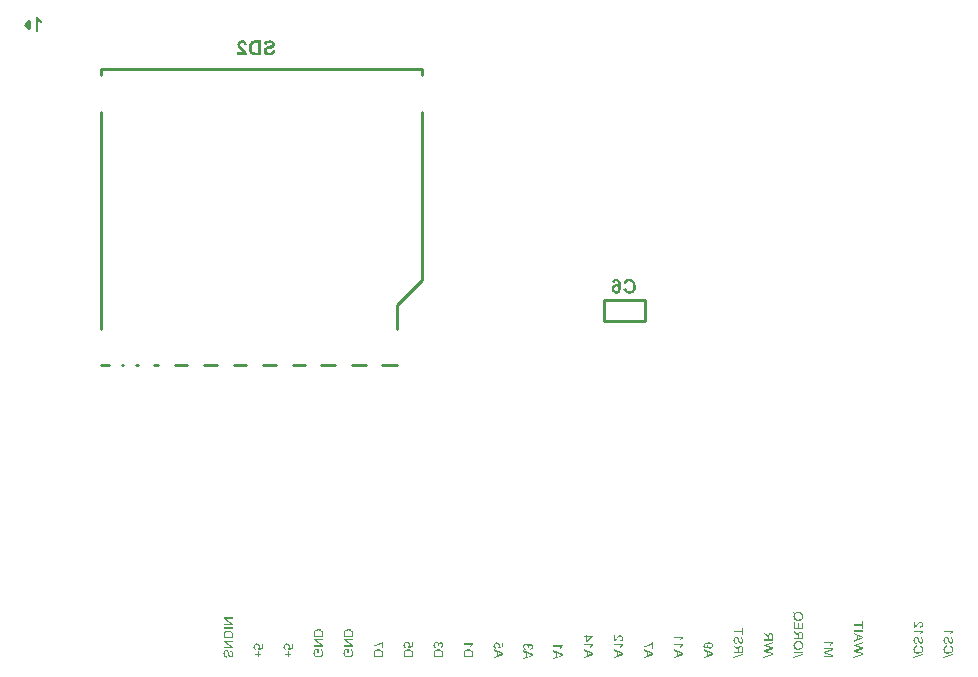
<source format=gbo>
G04*
G04  File:            SD-MAPPER-FINAL_VERSION.GBO, Wed Oct 15 21:18:23 2014*
G04  Source:          P-CAD 2002 PCB (6/400) TRIAL VERSION - 1 days left, Version 17.01.22, (E:\Eletro\PCAD-PCI\SD-Mapper\SD-Mapper-final_version.PCB)*
G04  Format:          Gerber Format (RS-274-D), ASCII*
G04*
G04  Format Options:  Absolute Positioning*
G04                   Leading-Zero Suppression*
G04                   Scale Factor 1:1*
G04                   NO Circular Interpolation*
G04                   Inch Units*
G04                   Numeric Format: 4.4 (XXXX.XXXX)*
G04                   G54 NOT Used for Aperture Change*
G04                   Apertures Embedded*
G04*
G04  File Options:    Offset = (0.0mil,0.0mil)*
G04                   Drill Symbol Size = 80.0mil*
G04                   No Pad/Via Holes*
G04*
G04  File Contents:   No Pads*
G04                   No Vias*
G04                   Designators*
G04                   No Types*
G04                   Values*
G04                   No Drill Symbols*
G04                   Bot Silk*
G04*
%INSD-MAPPER-FINAL_VERSION.GBO*%
%ICAS*%
%MOIN*%
G04*
G04  Aperture MACROs for general use --- invoked via D-code assignment *
G04*
G04  General MACRO for flashed round with rotation and/or offset hole *
%AMROTOFFROUND*
1,1,$1,0.0000,0.0000*
1,0,$2,$3,$4*%
G04*
G04  General MACRO for flashed oval (obround) with rotation and/or offset hole *
%AMROTOFFOVAL*
21,1,$1,$2,0.0000,0.0000,$3*
1,1,$4,$5,$6*
1,1,$4,0-$5,0-$6*
1,0,$7,$8,$9*%
G04*
G04  General MACRO for flashed oval (obround) with rotation and no hole *
%AMROTOVALNOHOLE*
21,1,$1,$2,0.0000,0.0000,$3*
1,1,$4,$5,$6*
1,1,$4,0-$5,0-$6*%
G04*
G04  General MACRO for flashed rectangle with rotation and/or offset hole *
%AMROTOFFRECT*
21,1,$1,$2,0.0000,0.0000,$3*
1,0,$4,$5,$6*%
G04*
G04  General MACRO for flashed rectangle with rotation and no hole *
%AMROTRECTNOHOLE*
21,1,$1,$2,0.0000,0.0000,$3*%
G04*
G04  General MACRO for flashed rounded-rectangle *
%AMROUNDRECT*
21,1,$1,$2-$4,0.0000,0.0000,$3*
21,1,$1-$4,$2,0.0000,0.0000,$3*
1,1,$4,$5,$6*
1,1,$4,$7,$8*
1,1,$4,0-$5,0-$6*
1,1,$4,0-$7,0-$8*
1,0,$9,$10,$11*%
G04*
G04  General MACRO for flashed rounded-rectangle with rotation and no hole *
%AMROUNDRECTNOHOLE*
21,1,$1,$2-$4,0.0000,0.0000,$3*
21,1,$1-$4,$2,0.0000,0.0000,$3*
1,1,$4,$5,$6*
1,1,$4,$7,$8*
1,1,$4,0-$5,0-$6*
1,1,$4,0-$7,0-$8*%
G04*
G04  General MACRO for flashed regular polygon *
%AMREGPOLY*
5,1,$1,0.0000,0.0000,$2,$3+$4*
1,0,$5,$6,$7*%
G04*
G04  General MACRO for flashed regular polygon with no hole *
%AMREGPOLYNOHOLE*
5,1,$1,0.0000,0.0000,$2,$3+$4*%
G04*
G04  General MACRO for target *
%AMTARGET*
6,0,0,$1,$2,$3,4,$4,$5,$6*%
G04*
G04  General MACRO for mounting hole *
%AMMTHOLE*
1,1,$1,0,0*
1,0,$2,0,0*
$1=$1-$2*
$1=$1/2*
21,1,$2+$1,$3,0,0,$4*
21,1,$3,$2+$1,0,0,$4*%
G04*
G04*
G04  D10 : "Ellipse X10.0mil Y10.0mil H0.0mil 0.0deg (0.0mil,0.0mil) Draw"*
G04  Disc: OuterDia=0.0100*
%ADD10C, 0.0100*%
G04  D11 : "Ellipse X12.0mil Y12.0mil H0.0mil 0.0deg (0.0mil,0.0mil) Draw"*
G04  Disc: OuterDia=0.0120*
%ADD11C, 0.0120*%
G04  D12 : "Ellipse X14.0mil Y14.0mil H0.0mil 0.0deg (0.0mil,0.0mil) Draw"*
G04  Disc: OuterDia=0.0140*
%ADD12C, 0.0140*%
G04  D13 : "Ellipse X15.0mil Y15.0mil H0.0mil 0.0deg (0.0mil,0.0mil) Draw"*
G04  Disc: OuterDia=0.0150*
%ADD13C, 0.0150*%
G04  D14 : "Ellipse X17.0mil Y17.0mil H0.0mil 0.0deg (0.0mil,0.0mil) Draw"*
G04  Disc: OuterDia=0.0170*
%ADD14C, 0.0170*%
G04  D15 : "Ellipse X18.0mil Y18.0mil H0.0mil 0.0deg (0.0mil,0.0mil) Draw"*
G04  Disc: OuterDia=0.0180*
%ADD15C, 0.0180*%
G04  D16 : "Ellipse X2.0mil Y2.0mil H0.0mil 0.0deg (0.0mil,0.0mil) Draw"*
G04  Disc: OuterDia=0.0020*
%ADD16C, 0.0020*%
G04  D17 : "Ellipse X20.0mil Y20.0mil H0.0mil 0.0deg (0.0mil,0.0mil) Draw"*
G04  Disc: OuterDia=0.0200*
%ADD17C, 0.0200*%
G04  D18 : "Ellipse X22.0mil Y22.0mil H0.0mil 0.0deg (0.0mil,0.0mil) Draw"*
G04  Disc: OuterDia=0.0220*
%ADD18C, 0.0220*%
G04  D19 : "Ellipse X24.0mil Y24.0mil H0.0mil 0.0deg (0.0mil,0.0mil) Draw"*
G04  Disc: OuterDia=0.0240*
%ADD19C, 0.0240*%
G04  D20 : "Ellipse X26.0mil Y26.0mil H0.0mil 0.0deg (0.0mil,0.0mil) Draw"*
G04  Disc: OuterDia=0.0260*
%ADD20C, 0.0260*%
G04  D21 : "Ellipse X34.0mil Y34.0mil H0.0mil 0.0deg (0.0mil,0.0mil) Draw"*
G04  Disc: OuterDia=0.0340*
%ADD21C, 0.0340*%
G04  D22 : "Ellipse X35.0mil Y35.0mil H0.0mil 0.0deg (0.0mil,0.0mil) Draw"*
G04  Disc: OuterDia=0.0350*
%ADD22C, 0.0350*%
G04  D23 : "Ellipse X40.0mil Y40.0mil H0.0mil 0.0deg (0.0mil,0.0mil) Draw"*
G04  Disc: OuterDia=0.0400*
%ADD23C, 0.0400*%
G04  D24 : "Ellipse X45.0mil Y45.0mil H0.0mil 0.0deg (0.0mil,0.0mil) Draw"*
G04  Disc: OuterDia=0.0450*
%ADD24C, 0.0450*%
G04  D25 : "Ellipse X8.0mil Y8.0mil H0.0mil 0.0deg (0.0mil,0.0mil) Draw"*
G04  Disc: OuterDia=0.0080*
%ADD25C, 0.0080*%
G04  D26 : "Ellipse X285.0mil Y285.0mil H0.0mil 0.0deg (0.0mil,0.0mil) Flash"*
G04  Disc: OuterDia=0.2850*
%ADD26C, 0.2850*%
G04  D27 : "Ellipse X59.0mil Y59.0mil H0.0mil 0.0deg (0.0mil,0.0mil) Flash"*
G04  Disc: OuterDia=0.0590*
%ADD27C, 0.0590*%
G04  D28 : "Ellipse X64.0mil Y64.0mil H0.0mil 0.0deg (0.0mil,0.0mil) Flash"*
G04  Disc: OuterDia=0.0640*
%ADD28C, 0.0640*%
G04  D29 : "Ellipse X68.0mil Y68.0mil H0.0mil 0.0deg (0.0mil,0.0mil) Flash"*
G04  Disc: OuterDia=0.0680*
%ADD29C, 0.0680*%
G04  D30 : "Ellipse X79.0mil Y79.0mil H0.0mil 0.0deg (0.0mil,0.0mil) Flash"*
G04  Disc: OuterDia=0.0790*
%ADD30C, 0.0790*%
G04  D31 : "Ellipse X83.0mil Y83.0mil H0.0mil 0.0deg (0.0mil,0.0mil) Flash"*
G04  Disc: OuterDia=0.0830*
%ADD31C, 0.0830*%
G04  D32 : "Mounting Hole X270.0mil Y270.0mil H0.0mil 0.0deg (0.0mil,0.0mil) Flash"*
G04  Mounting Hole: Diameter=0.2700, Rotation=0.0, LineWidth=0.0050 *
%ADD32MTHOLE, 0.2700 X0.2500 X0.0050 X0.0*%
G04  D33 : "Mounting Hole X44.0mil Y44.0mil H0.0mil 0.0deg (0.0mil,0.0mil) Flash"*
G04  Mounting Hole: Diameter=0.0440, Rotation=0.0, LineWidth=0.0050 *
%ADD33MTHOLE, 0.0440 X0.0240 X0.0050 X0.0*%
G04  D34 : "Mounting Hole X64.0mil Y64.0mil H0.0mil 0.0deg (0.0mil,0.0mil) Flash"*
G04  Mounting Hole: Diameter=0.0640, Rotation=0.0, LineWidth=0.0050 *
%ADD34MTHOLE, 0.0640 X0.0440 X0.0050 X0.0*%
G04  D35 : "Rounded Rectangle X196.9mil Y60.0mil H0.0mil 0.0deg (0.0mil,0.0mil) Flash"*
G04  RoundRct: DimX=0.1969, DimY=0.0600, CornerRad=0.0150, Rotation=0.0, OffsetX=0.0000, OffsetY=0.0000, HoleDia=0.0000 *
%ADD35ROUNDRECTNOHOLE, 0.1969 X0.0600 X0.0 X0.0300 X-0.0834 X-0.0150 X-0.0834 X0.0150*%
G04  D36 : "Rounded Rectangle X60.0mil Y350.0mil H0.0mil 0.0deg (0.0mil,0.0mil) Flash"*
G04  RoundRct: DimX=0.0600, DimY=0.3500, CornerRad=0.0150, Rotation=0.0, OffsetX=0.0000, OffsetY=0.0000, HoleDia=0.0000 *
%ADD36ROUNDRECTNOHOLE, 0.0600 X0.3500 X0.0 X0.0300 X-0.0150 X-0.1600 X-0.0150 X0.1600*%
G04  D37 : "Rounded Rectangle X60.0mil Y380.0mil H0.0mil 0.0deg (0.0mil,0.0mil) Flash"*
G04  RoundRct: DimX=0.0600, DimY=0.3800, CornerRad=0.0150, Rotation=0.0, OffsetX=0.0000, OffsetY=0.0000, HoleDia=0.0000 *
%ADD37ROUNDRECTNOHOLE, 0.0600 X0.3800 X0.0 X0.0300 X-0.0150 X-0.1750 X-0.0150 X0.1750*%
G04  D38 : "Rounded Rectangle X64.0mil Y64.0mil H0.0mil 0.0deg (0.0mil,0.0mil) Flash"*
G04  RoundRct: DimX=0.0640, DimY=0.0640, CornerRad=0.0160, Rotation=0.0, OffsetX=0.0000, OffsetY=0.0000, HoleDia=0.0000 *
%ADD38ROUNDRECTNOHOLE, 0.0640 X0.0640 X0.0 X0.0320 X-0.0160 X-0.0160 X-0.0160 X0.0160*%
G04  D39 : "Rounded Rectangle X211.9mil Y75.0mil H0.0mil 0.0deg (0.0mil,0.0mil) Flash"*
G04  RoundRct: DimX=0.2119, DimY=0.0750, CornerRad=0.0187, Rotation=0.0, OffsetX=0.0000, OffsetY=0.0000, HoleDia=0.0000 *
%ADD39ROUNDRECTNOHOLE, 0.2119 X0.0750 X0.0 X0.0375 X-0.0872 X-0.0187 X-0.0872 X0.0187*%
G04  D40 : "Rounded Rectangle X75.0mil Y365.0mil H0.0mil 0.0deg (0.0mil,0.0mil) Flash"*
G04  RoundRct: DimX=0.0750, DimY=0.3650, CornerRad=0.0187, Rotation=0.0, OffsetX=0.0000, OffsetY=0.0000, HoleDia=0.0000 *
%ADD40ROUNDRECTNOHOLE, 0.0750 X0.3650 X0.0 X0.0375 X-0.0187 X-0.1638 X-0.0187 X0.1638*%
G04  D41 : "Rounded Rectangle X75.0mil Y395.0mil H0.0mil 0.0deg (0.0mil,0.0mil) Flash"*
G04  RoundRct: DimX=0.0750, DimY=0.3950, CornerRad=0.0187, Rotation=0.0, OffsetX=0.0000, OffsetY=0.0000, HoleDia=0.0000 *
%ADD41ROUNDRECTNOHOLE, 0.0750 X0.3950 X0.0 X0.0375 X-0.0187 X-0.1788 X-0.0187 X0.1788*%
G04  D42 : "Rounded Rectangle X78.0mil Y78.0mil H0.0mil 0.0deg (0.0mil,0.0mil) Flash"*
G04  RoundRct: DimX=0.0780, DimY=0.0780, CornerRad=0.0195, Rotation=0.0, OffsetX=0.0000, OffsetY=0.0000, HoleDia=0.0000 *
%ADD42ROUNDRECTNOHOLE, 0.0780 X0.0780 X0.0 X0.0390 X-0.0195 X-0.0195 X-0.0195 X0.0195*%
G04  D43 : "Rounded Rectangle X79.0mil Y79.0mil H0.0mil 0.0deg (0.0mil,0.0mil) Flash"*
G04  RoundRct: DimX=0.0790, DimY=0.0790, CornerRad=0.0198, Rotation=0.0, OffsetX=0.0000, OffsetY=0.0000, HoleDia=0.0000 *
%ADD43ROUNDRECTNOHOLE, 0.0790 X0.0790 X0.0 X0.0395 X-0.0198 X-0.0198 X-0.0198 X0.0198*%
G04  D44 : "Rounded Rectangle X93.0mil Y93.0mil H0.0mil 0.0deg (0.0mil,0.0mil) Flash"*
G04  RoundRct: DimX=0.0930, DimY=0.0930, CornerRad=0.0233, Rotation=0.0, OffsetX=0.0000, OffsetY=0.0000, HoleDia=0.0000 *
%ADD44ROUNDRECTNOHOLE, 0.0930 X0.0930 X0.0 X0.0465 X-0.0233 X-0.0233 X-0.0233 X0.0233*%
G04  D45 : "Rectangle X11.8mil Y63.0mil H0.0mil 0.0deg (0.0mil,0.0mil) Flash"*
G04  Rectangular: DimX=0.0118, DimY=0.0630, Rotation=0.0, OffsetX=0.0000, OffsetY=0.0000, HoleDia=0.0000 *
%ADD45R, 0.0118 X0.0630*%
G04  D46 : "Rectangle X63.0mil Y11.8mil H0.0mil 0.0deg (0.0mil,0.0mil) Flash"*
G04  Rectangular: DimX=0.0630, DimY=0.0118, Rotation=0.0, OffsetX=0.0000, OffsetY=0.0000, HoleDia=0.0000 *
%ADD46R, 0.0630 X0.0118*%
G04  D47 : "Rectangle X141.7mil Y86.6mil H0.0mil 0.0deg (0.0mil,0.0mil) Flash"*
G04  Rectangular: DimX=0.1417, DimY=0.0866, Rotation=0.0, OffsetX=0.0000, OffsetY=0.0000, HoleDia=0.0000 *
%ADD47R, 0.1417 X0.0866*%
G04  D48 : "Rectangle X156.7mil Y101.6mil H0.0mil 0.0deg (0.0mil,0.0mil) Flash"*
G04  Rectangular: DimX=0.1567, DimY=0.1016, Rotation=0.0, OffsetX=0.0000, OffsetY=0.0000, HoleDia=0.0000 *
%ADD48R, 0.1567 X0.1016*%
G04  D49 : "Rectangle X23.6mil Y78.7mil H0.0mil 0.0deg (0.0mil,0.0mil) Flash"*
G04  Rectangular: DimX=0.0236, DimY=0.0787, Rotation=0.0, OffsetX=0.0000, OffsetY=0.0000, HoleDia=0.0000 *
%ADD49R, 0.0236 X0.0787*%
G04  D50 : "Rectangle X78.7mil Y23.6mil H0.0mil 0.0deg (0.0mil,0.0mil) Flash"*
G04  Rectangular: DimX=0.0787, DimY=0.0236, Rotation=0.0, OffsetX=0.0000, OffsetY=0.0000, HoleDia=0.0000 *
%ADD50R, 0.0787 X0.0236*%
G04  D51 : "Rectangle X23.6mil Y86.6mil H0.0mil 0.0deg (0.0mil,0.0mil) Flash"*
G04  Rectangular: DimX=0.0236, DimY=0.0866, Rotation=0.0, OffsetX=0.0000, OffsetY=0.0000, HoleDia=0.0000 *
%ADD51R, 0.0236 X0.0866*%
G04  D52 : "Rectangle X26.0mil Y60.0mil H0.0mil 0.0deg (0.0mil,0.0mil) Flash"*
G04  Rectangular: DimX=0.0260, DimY=0.0600, Rotation=0.0, OffsetX=0.0000, OffsetY=0.0000, HoleDia=0.0000 *
%ADD52R, 0.0260 X0.0600*%
G04  D53 : "Rectangle X26.8mil Y78.0mil H0.0mil 0.0deg (0.0mil,0.0mil) Flash"*
G04  Rectangular: DimX=0.0268, DimY=0.0780, Rotation=0.0, OffsetX=0.0000, OffsetY=0.0000, HoleDia=0.0000 *
%ADD53R, 0.0268 X0.0780*%
G04  D54 : "Rectangle X78.0mil Y26.8mil H0.0mil 0.0deg (0.0mil,0.0mil) Flash"*
G04  Rectangular: DimX=0.0780, DimY=0.0268, Rotation=0.0, OffsetX=0.0000, OffsetY=0.0000, HoleDia=0.0000 *
%ADD54R, 0.0780 X0.0268*%
G04  D55 : "Rectangle X32.0mil Y32.0mil H0.0mil 0.0deg (0.0mil,0.0mil) Flash"*
G04  Square: Side=0.0320, Rotation=0.0, OffsetX=0.0000, OffsetY=0.0000, HoleDia=0.0000*
%ADD55R, 0.0320 X0.0320*%
G04  D56 : "Rectangle X38.6mil Y101.6mil H0.0mil 0.0deg (0.0mil,0.0mil) Flash"*
G04  Rectangular: DimX=0.0386, DimY=0.1016, Rotation=0.0, OffsetX=0.0000, OffsetY=0.0000, HoleDia=0.0000 *
%ADD56R, 0.0386 X0.1016*%
G04  D57 : "Rectangle X38.6mil Y93.7mil H0.0mil 0.0deg (0.0mil,0.0mil) Flash"*
G04  Rectangular: DimX=0.0386, DimY=0.0937, Rotation=0.0, OffsetX=0.0000, OffsetY=0.0000, HoleDia=0.0000 *
%ADD57R, 0.0386 X0.0937*%
G04  D58 : "Rectangle X93.7mil Y38.6mil H0.0mil 0.0deg (0.0mil,0.0mil) Flash"*
G04  Rectangular: DimX=0.0937, DimY=0.0386, Rotation=0.0, OffsetX=0.0000, OffsetY=0.0000, HoleDia=0.0000 *
%ADD58R, 0.0937 X0.0386*%
G04  D59 : "Rectangle X40.0mil Y60.0mil H0.0mil 0.0deg (0.0mil,0.0mil) Flash"*
G04  Rectangular: DimX=0.0400, DimY=0.0600, Rotation=0.0, OffsetX=0.0000, OffsetY=0.0000, HoleDia=0.0000 *
%ADD59R, 0.0400 X0.0600*%
G04  D60 : "Rectangle X41.0mil Y75.0mil H0.0mil 0.0deg (0.0mil,0.0mil) Flash"*
G04  Rectangular: DimX=0.0410, DimY=0.0750, Rotation=0.0, OffsetX=0.0000, OffsetY=0.0000, HoleDia=0.0000 *
%ADD60R, 0.0410 X0.0750*%
G04  D61 : "Rectangle X47.0mil Y47.0mil H0.0mil 0.0deg (0.0mil,0.0mil) Flash"*
G04  Square: Side=0.0470, Rotation=0.0, OffsetX=0.0000, OffsetY=0.0000, HoleDia=0.0000*
%ADD61R, 0.0470 X0.0470*%
G04  D62 : "Rectangle X47.2mil Y86.6mil H0.0mil 0.0deg (0.0mil,0.0mil) Flash"*
G04  Rectangular: DimX=0.0472, DimY=0.0866, Rotation=0.0, OffsetX=0.0000, OffsetY=0.0000, HoleDia=0.0000 *
%ADD62R, 0.0472 X0.0866*%
G04  D63 : "Rectangle X51.2mil Y59.1mil H0.0mil 0.0deg (0.0mil,0.0mil) Flash"*
G04  Rectangular: DimX=0.0512, DimY=0.0591, Rotation=0.0, OffsetX=0.0000, OffsetY=0.0000, HoleDia=0.0000 *
%ADD63R, 0.0512 X0.0591*%
G04  D64 : "Rectangle X59.1mil Y51.2mil H0.0mil 0.0deg (0.0mil,0.0mil) Flash"*
G04  Rectangular: DimX=0.0591, DimY=0.0512, Rotation=0.0, OffsetX=0.0000, OffsetY=0.0000, HoleDia=0.0000 *
%ADD64R, 0.0591 X0.0512*%
G04  D65 : "Rectangle X55.0mil Y75.0mil H0.0mil 0.0deg (0.0mil,0.0mil) Flash"*
G04  Rectangular: DimX=0.0550, DimY=0.0750, Rotation=0.0, OffsetX=0.0000, OffsetY=0.0000, HoleDia=0.0000 *
%ADD65R, 0.0550 X0.0750*%
G04  D66 : "Rectangle X58.0mil Y110.0mil H0.0mil 0.0deg (0.0mil,0.0mil) Flash"*
G04  Rectangular: DimX=0.0580, DimY=0.1100, Rotation=0.0, OffsetX=0.0000, OffsetY=0.0000, HoleDia=0.0000 *
%ADD66R, 0.0580 X0.1100*%
G04  D67 : "Rectangle X62.2mil Y101.6mil H0.0mil 0.0deg (0.0mil,0.0mil) Flash"*
G04  Rectangular: DimX=0.0622, DimY=0.1016, Rotation=0.0, OffsetX=0.0000, OffsetY=0.0000, HoleDia=0.0000 *
%ADD67R, 0.0622 X0.1016*%
G04  D68 : "Rectangle X66.2mil Y74.1mil H0.0mil 0.0deg (0.0mil,0.0mil) Flash"*
G04  Rectangular: DimX=0.0662, DimY=0.0741, Rotation=0.0, OffsetX=0.0000, OffsetY=0.0000, HoleDia=0.0000 *
%ADD68R, 0.0662 X0.0741*%
G04  D69 : "Rectangle X74.1mil Y66.2mil H0.0mil 0.0deg (0.0mil,0.0mil) Flash"*
G04  Rectangular: DimX=0.0741, DimY=0.0662, Rotation=0.0, OffsetX=0.0000, OffsetY=0.0000, HoleDia=0.0000 *
%ADD69R, 0.0741 X0.0662*%
G04  D70 : "Rectangle X72.0mil Y80.0mil H0.0mil 0.0deg (0.0mil,0.0mil) Flash"*
G04  Rectangular: DimX=0.0720, DimY=0.0800, Rotation=0.0, OffsetX=0.0000, OffsetY=0.0000, HoleDia=0.0000 *
%ADD70R, 0.0720 X0.0800*%
G04  D71 : "Rectangle X73.0mil Y125.0mil H0.0mil 0.0deg (0.0mil,0.0mil) Flash"*
G04  Rectangular: DimX=0.0730, DimY=0.1250, Rotation=0.0, OffsetX=0.0000, OffsetY=0.0000, HoleDia=0.0000 *
%ADD71R, 0.0730 X0.1250*%
G04  D72 : "Rectangle X80.0mil Y110.0mil H0.0mil 0.0deg (0.0mil,0.0mil) Flash"*
G04  Rectangular: DimX=0.0800, DimY=0.1100, Rotation=0.0, OffsetX=0.0000, OffsetY=0.0000, HoleDia=0.0000 *
%ADD72R, 0.0800 X0.1100*%
G04  D73 : "Rectangle X87.0mil Y95.0mil H0.0mil 0.0deg (0.0mil,0.0mil) Flash"*
G04  Rectangular: DimX=0.0870, DimY=0.0950, Rotation=0.0, OffsetX=0.0000, OffsetY=0.0000, HoleDia=0.0000 *
%ADD73R, 0.0870 X0.0950*%
G04  D74 : "Rectangle X95.0mil Y125.0mil H0.0mil 0.0deg (0.0mil,0.0mil) Flash"*
G04  Rectangular: DimX=0.0950, DimY=0.1250, Rotation=0.0, OffsetX=0.0000, OffsetY=0.0000, HoleDia=0.0000 *
%ADD74R, 0.0950 X0.1250*%
G04  D75 : "Ellipse X44.0mil Y44.0mil H0.0mil 0.0deg (0.0mil,0.0mil) Flash"*
G04  Disc: OuterDia=0.0440*
%ADD75C, 0.0440*%
G04*
%FSLAX44Y44*%
%SFA1B1*%
%OFA0.0000B0.0000*%
G04*
G70*
G90*
G01*
D2*
%LNBot Silk*%
D10*
X31839Y89509*
X31710Y89379D1*
X31839Y89250*
Y89509*
X52394Y79505D2*
X51705D1*
X52394Y80214D2*
X51705D1*
X52394D2*
Y79505D1*
X51017Y80214D2*
Y79505D1*
X51705*
X51017Y80214D2*
X51705D1*
X34239Y87899D2*
X44949D1*
X44119Y80029D2*
X44949Y80859D1*
X36709Y78019D2*
X37129D1*
X37689D2*
X38109D1*
X38669D2*
X39079D1*
X39659D2*
X40069D1*
X40639D2*
X41049D1*
X41599D2*
X42049D1*
X42619D2*
X43069D1*
X43619D2*
X44119D1*
Y80029D2*
Y79229D1*
X44949Y86449D2*
Y80859D1*
Y87899D2*
Y87699D1*
X34239Y78019D2*
X34519D1*
X34239Y86449D2*
Y79229D1*
Y87899D2*
Y87689D1*
X36029Y78019D2*
X36139D1*
X35409D2*
X35469D1*
X34939D2*
X34989D1*
%LNBot Silk_POS_GLYPHS*%
%LPD*%
G36*
X32071Y89627D2*
X32148D1*
X32166Y89596*
X32206Y89548*
X32237Y89529*
X32286Y89503*
Y89418*
X32238Y89442*
X32165Y89489*
Y89135*
X32071*
Y89627*
G37*
G36*
X40388Y68410D2*
X40476D1*
Y68498*
X40513*
Y68410*
X40600*
Y68373*
X40513*
Y68285*
X40476*
Y68373*
X40388*
Y68410*
G37*
G36*
X40395Y68548D2*
X40356Y68571D1*
X40344Y68595*
X40332Y68642*
X40341Y68676*
X40370Y68726*
X40397Y68739*
X40445Y68751*
X40476Y68744*
X40520Y68723*
X40535Y68698*
X40550Y68652*
X40545Y68629*
X40529Y68592*
X40615Y68608*
Y68736*
X40653*
Y68578*
X40489Y68547*
X40483Y68584*
X40492Y68592*
X40506Y68607*
X40510Y68619*
X40515Y68641*
X40510Y68661*
X40495Y68691*
X40477Y68700*
X40442Y68710*
X40419Y68705*
X40385Y68690*
X40375Y68673*
X40364Y68642*
X40368Y68626*
X40379Y68601*
X40394Y68592*
X40424Y68581*
X40421Y68540*
X40395Y68548*
G37*
G36*
X39388Y68410D2*
X39476D1*
Y68498*
X39513*
Y68410*
X39600*
Y68373*
X39513*
Y68285*
X39476*
Y68373*
X39388*
Y68410*
G37*
G36*
X39395Y68548D2*
X39356Y68571D1*
X39344Y68595*
X39332Y68642*
X39341Y68676*
X39370Y68726*
X39397Y68739*
X39445Y68751*
X39476Y68744*
X39520Y68723*
X39535Y68698*
X39550Y68652*
X39545Y68629*
X39529Y68592*
X39615Y68608*
Y68736*
X39653*
Y68578*
X39489Y68547*
X39483Y68584*
X39492Y68592*
X39506Y68607*
X39510Y68619*
X39515Y68641*
X39510Y68661*
X39495Y68691*
X39477Y68700*
X39442Y68710*
X39419Y68705*
X39385Y68690*
X39375Y68673*
X39364Y68642*
X39368Y68626*
X39379Y68601*
X39394Y68592*
X39424Y68581*
X39421Y68540*
X39395Y68548*
G37*
G36*
X44337Y68409D2*
X44339Y68429D1*
X44343Y68460*
X44348Y68475*
X44358Y68499*
X44368Y68510*
X44387Y68528*
X44404Y68536*
X44434Y68549*
X44457Y68554*
X44499Y68558*
X44528Y68555*
X44575Y68546*
X44597Y68533*
X44630Y68507*
X44640Y68491*
X44653Y68461*
X44655Y68441*
X44657Y68404*
Y68294*
X44337*
Y68409*
G37*
G36*
X44395Y68610D2*
X44356Y68632D1*
X44344Y68657*
X44332Y68704*
X44341Y68738*
X44370Y68787*
X44397Y68800*
X44445Y68813*
X44476Y68806*
X44520Y68784*
X44535Y68759*
X44550Y68714*
X44545Y68691*
X44529Y68653*
X44615Y68670*
Y68798*
X44653*
Y68639*
X44489Y68608*
X44483Y68645*
X44492Y68653*
X44506Y68669*
X44510Y68681*
X44515Y68703*
X44510Y68723*
X44495Y68753*
X44477Y68762*
X44442Y68771*
X44419Y68766*
X44385Y68752*
X44375Y68735*
X44364Y68704*
X44368Y68687*
X44379Y68663*
X44394Y68654*
X44424Y68642*
X44421Y68601*
X44395Y68610*
G37*
G36*
X43337Y68409D2*
X43339Y68429D1*
X43343Y68460*
X43348Y68475*
X43358Y68499*
X43368Y68510*
X43387Y68528*
X43404Y68536*
X43434Y68549*
X43457Y68554*
X43499Y68558*
X43528Y68555*
X43575Y68546*
X43597Y68533*
X43630Y68507*
X43640Y68491*
X43653Y68461*
X43655Y68441*
X43657Y68404*
Y68294*
X43337*
Y68409*
G37*
G36*
X43615Y68760D2*
X43586Y68739D1*
X43531Y68704*
X43493Y68687*
X43428Y68663*
X43392Y68656*
X43337Y68648*
Y68689*
X43371Y68693*
X43425Y68704*
X43467Y68719*
X43536Y68750*
X43571Y68772*
X43623Y68811*
X43653*
Y68604*
X43615*
Y68760*
G37*
G36*
X47337Y68304D2*
X47434Y68338D1*
Y68473*
X47337Y68510*
Y68558*
X47657Y68428*
Y68381*
X47337Y68259*
Y68304*
G37*
G36*
X47395Y68585D2*
X47356Y68608D1*
X47344Y68632*
X47332Y68679*
X47341Y68713*
X47370Y68763*
X47397Y68776*
X47445Y68789*
X47476Y68781*
X47520Y68760*
X47535Y68735*
X47550Y68689*
X47545Y68666*
X47529Y68629*
X47615Y68645*
Y68774*
X47653*
Y68615*
X47489Y68584*
X47483Y68621*
X47492Y68629*
X47506Y68644*
X47510Y68657*
X47515Y68678*
X47510Y68699*
X47495Y68728*
X47477Y68737*
X47442Y68747*
X47419Y68742*
X47385Y68727*
X47375Y68710*
X47364Y68679*
X47368Y68663*
X47379Y68639*
X47394Y68629*
X47424Y68618*
X47421Y68577*
X47395Y68585*
G37*
G36*
X46337Y68409D2*
X46339Y68429D1*
X46343Y68460*
X46348Y68475*
X46358Y68499*
X46368Y68510*
X46387Y68528*
X46404Y68536*
X46434Y68549*
X46457Y68554*
X46499Y68558*
X46528Y68555*
X46575Y68546*
X46597Y68533*
X46630Y68507*
X46640Y68491*
X46653Y68461*
X46655Y68441*
X46657Y68404*
Y68294*
X46337*
Y68409*
G37*
G36*
X46659Y68749D2*
Y68723D1*
X46643Y68712*
X46615Y68689*
X46600Y68668*
X46578Y68631*
X46540*
X46547Y68646*
X46560Y68672*
X46570Y68687*
X46587Y68710*
X46337*
Y68749*
X46659*
G37*
G36*
X45337Y68409D2*
X45339Y68429D1*
X45343Y68460*
X45348Y68475*
X45358Y68499*
X45368Y68510*
X45387Y68528*
X45404Y68536*
X45434Y68549*
X45457Y68554*
X45499Y68558*
X45528Y68555*
X45575Y68546*
X45597Y68533*
X45630Y68507*
X45640Y68491*
X45653Y68461*
X45655Y68441*
X45657Y68404*
Y68294*
X45337*
Y68409*
G37*
G36*
X45396Y68610D2*
X45357Y68633D1*
X45344Y68657*
X45332Y68702*
X45339Y68733*
X45361Y68780*
X45386Y68795*
X45432Y68811*
X45452Y68807*
X45483Y68795*
X45495Y68780*
X45510Y68751*
X45519Y68764*
X45537Y68784*
X45551Y68789*
X45575Y68795*
X45591Y68792*
X45616Y68783*
X45629Y68772*
X45647Y68750*
X45653Y68732*
X45659Y68701*
X45653Y68676*
X45637Y68638*
X45616Y68623*
X45575Y68605*
X45568Y68645*
X45586Y68651*
X45612Y68664*
X45619Y68678*
X45626Y68702*
X45623Y68718*
X45612Y68740*
X45599Y68748*
X45576Y68755*
X45559Y68750*
X45536Y68735*
X45529Y68718*
X45523Y68689*
X45523Y68687*
X45523Y68683*
X45489Y68678*
X45491Y68689*
X45493Y68706*
X45488Y68724*
X45475Y68751*
X45460Y68760*
X45431Y68769*
X45412Y68764*
X45383Y68750*
X45374Y68733*
X45364Y68703*
X45368Y68687*
X45379Y68663*
X45395Y68654*
X45428Y68641*
X45422Y68601*
X45396Y68610*
G37*
G36*
X48327Y68264D2*
X48424Y68298D1*
Y68433*
X48327Y68470*
Y68518*
X48647Y68388*
Y68341*
X48327Y68219*
Y68264*
G37*
G36*
X48386Y68545D2*
X48347Y68568D1*
X48334Y68592*
X48322Y68638*
X48329Y68669*
X48351Y68715*
X48376Y68731*
X48422Y68746*
X48442Y68742*
X48473Y68730*
X48485Y68715*
X48500Y68686*
X48509Y68700*
X48527Y68719*
X48541Y68725*
X48565Y68731*
X48581Y68728*
X48606Y68719*
X48619Y68708*
X48637Y68685*
X48643Y68667*
X48649Y68637*
X48643Y68611*
X48627Y68573*
X48606Y68559*
X48565Y68541*
X48558Y68580*
X48576Y68586*
X48602Y68600*
X48609Y68613*
X48616Y68638*
X48613Y68653*
X48602Y68676*
X48589Y68683*
X48566Y68690*
X48549Y68685*
X48526Y68670*
X48519Y68654*
X48513Y68625*
X48513Y68622*
X48513Y68618*
X48479Y68614*
X48481Y68625*
X48483Y68641*
X48478Y68660*
X48465Y68687*
X48450Y68695*
X48421Y68704*
X48402Y68699*
X48373Y68685*
X48364Y68669*
X48354Y68638*
X48358Y68622*
X48369Y68599*
X48385Y68589*
X48418Y68576*
X48412Y68537*
X48386Y68545*
G37*
G36*
X49327Y68264D2*
X49424Y68298D1*
Y68433*
X49327Y68470*
Y68518*
X49647Y68388*
Y68341*
X49327Y68219*
Y68264*
G37*
G36*
X49649Y68684D2*
Y68659D1*
X49633Y68648*
X49605Y68624*
X49590Y68604*
X49568Y68567*
X49530*
X49537Y68581*
X49550Y68608*
X49560Y68623*
X49577Y68645*
X49327*
Y68684*
X49649*
G37*
G36*
X52337Y68304D2*
X52434Y68338D1*
Y68473*
X52337Y68510*
Y68558*
X52657Y68428*
Y68381*
X52337Y68259*
Y68304*
G37*
G36*
X52615Y68736D2*
X52586Y68714D1*
X52531Y68679*
X52493Y68662*
X52428Y68639*
X52392Y68631*
X52337Y68624*
Y68664*
X52371Y68669*
X52425Y68679*
X52467Y68695*
X52536Y68725*
X52571Y68748*
X52623Y68786*
X52653*
Y68579*
X52615*
Y68736*
G37*
G36*
X54337Y68304D2*
X54434Y68338D1*
Y68473*
X54337Y68510*
Y68558*
X54657Y68428*
Y68381*
X54337Y68259*
Y68304*
G37*
G36*
X54387Y68590D2*
X54352Y68610D1*
X54342Y68632*
X54332Y68671*
X54337Y68695*
X54351Y68733*
X54369Y68749*
X54406Y68773*
X54439Y68779*
X54504Y68786*
X54541Y68783*
X54593Y68773*
X54613Y68759*
X54641Y68733*
X54650Y68713*
X54659Y68677*
X54651Y68648*
X54629Y68605*
X54602Y68591*
X54550Y68577*
X54519Y68583*
X54474Y68604*
X54460Y68627*
X54445Y68671*
X54448Y68687*
X54457Y68714*
X54468Y68727*
X54487Y68747*
X54484*
X54480*
X54461Y68745*
X54431Y68741*
X54416Y68736*
X54394Y68726*
X54385Y68719*
X54372Y68704*
X54368Y68693*
X54364Y68672*
X54367Y68658*
X54376Y68638*
X54388Y68630*
X54414Y68620*
X54411Y68582*
X54387Y68590*
G37*
G36*
X58337Y68334D2*
X58609D1*
X58337Y68426*
Y68464*
X58605Y68558*
X58337*
Y68598*
X58657*
Y68541*
X58434Y68465*
X58413Y68457*
X58383Y68447*
X58399Y68442*
X58431Y68432*
X58657Y68356*
Y68293*
X58337*
Y68334*
G37*
G36*
X58659Y68799D2*
Y68773D1*
X58643Y68762*
X58615Y68738*
X58600Y68718*
X58578Y68681*
X58540*
X58547Y68696*
X58560Y68722*
X58570Y68737*
X58587Y68759*
X58337*
Y68799*
X58659*
G37*
G36*
X38418Y68284D2*
X38382Y68297D1*
X38367Y68313*
X38344Y68343*
X38338Y68368*
X38332Y68416*
X38335Y68440*
X38344Y68477*
X38356Y68494*
X38379Y68519*
X38397Y68526*
X38427Y68534*
X38445Y68530*
X38472Y68520*
X38486Y68506*
X38505Y68479*
X38512Y68456*
X38525Y68408*
X38534Y68379*
X38548Y68344*
X38558Y68338*
X38577Y68333*
X38590Y68337*
X38611Y68350*
X38618Y68368*
X38625Y68406*
X38621Y68428*
X38609Y68461*
X38594Y68471*
X38564Y68483*
X38567Y68524*
X38587Y68520*
X38617Y68508*
X38631Y68494*
X38651Y68466*
X38657Y68444*
X38663Y68404*
X38660Y68381*
X38652Y68345*
X38641Y68329*
X38619Y68305*
X38603Y68299*
X38574Y68292*
X38559Y68295*
X38534Y68303*
X38522Y68314*
X38504Y68337*
X38497Y68357*
X38484Y68398*
X38478Y68423*
X38469Y68455*
X38462Y68467*
X38450Y68484*
X38441Y68488*
X38424Y68493*
X38413Y68491*
X38396Y68484*
X38388Y68474*
X38377Y68456*
X38373Y68441*
X38369Y68414*
X38372Y68395*
X38379Y68365*
X38387Y68351*
X38404Y68333*
X38418Y68327*
X38444Y68320*
X38440Y68280*
X38418Y68284*
G37*
G36*
X38337Y68633D2*
X38589D1*
X38337Y68801*
Y68845*
X38657*
Y68804*
X38405*
X38657Y68635*
Y68592*
X38337*
Y68633*
G37*
G36*
Y69031D2*
X38339Y69051D1*
X38343Y69082*
X38348Y69097*
X38358Y69120*
X38368Y69132*
X38387Y69149*
X38404Y69158*
X38434Y69171*
X38457Y69176*
X38499Y69180*
X38528Y69177*
X38575Y69167*
X38597Y69155*
X38630Y69129*
X38640Y69113*
X38653Y69082*
X38655Y69063*
X38657Y69025*
Y68916*
X38337*
Y69031*
G37*
G36*
Y69289D2*
X38657D1*
Y69246*
X38337*
Y69289*
G37*
G36*
Y69404D2*
X38589D1*
X38337Y69572*
Y69616*
X38657*
Y69575*
X38405*
X38657Y69406*
Y69363*
X38337*
Y69404*
G37*
G36*
X41463Y68538D2*
X41402D1*
X41394Y68524*
X41380Y68498*
X41375Y68478*
X41369Y68444*
X41373Y68422*
X41383Y68385*
X41397Y68367*
X41426Y68342*
X41451Y68334*
X41498Y68327*
X41522Y68330*
X41562Y68339*
X41574Y68346*
X41594Y68359*
X41603Y68371*
X41617Y68393*
X41622Y68411*
X41626Y68443*
X41624Y68460*
X41618Y68487*
X41610Y68500*
X41595Y68518*
X41582Y68525*
X41557Y68536*
X41568Y68574*
X41589Y68566*
X41620Y68550*
X41633Y68535*
X41651Y68506*
X41657Y68483*
X41663Y68443*
X41658Y68410*
X41643Y68359*
X41623Y68336*
X41583Y68303*
X41551Y68293*
X41495Y68283*
X41462Y68288*
X41410Y68303*
X41386Y68322*
X41352Y68361*
X41342Y68392*
X41332Y68446*
X41335Y68472*
X41344Y68514*
X41356Y68539*
X41381Y68579*
X41501*
Y68444*
X41463*
Y68538*
G37*
G36*
X41337Y68682D2*
X41589D1*
X41337Y68850*
Y68894*
X41657*
Y68853*
X41405*
X41657Y68684*
Y68641*
X41337*
Y68682*
G37*
G36*
Y69080D2*
X41339Y69100D1*
X41343Y69131*
X41348Y69146*
X41358Y69169*
X41368Y69181*
X41387Y69198*
X41404Y69207*
X41434Y69220*
X41457Y69225*
X41499Y69229*
X41528Y69226*
X41575Y69216*
X41597Y69204*
X41630Y69178*
X41640Y69162*
X41653Y69131*
X41655Y69112*
X41657Y69075*
Y68965*
X41337*
Y69080*
G37*
G36*
X42463Y68538D2*
X42402D1*
X42394Y68524*
X42380Y68498*
X42375Y68478*
X42369Y68444*
X42373Y68422*
X42383Y68385*
X42397Y68367*
X42426Y68342*
X42451Y68334*
X42498Y68327*
X42522Y68330*
X42562Y68339*
X42574Y68346*
X42594Y68359*
X42603Y68371*
X42617Y68393*
X42622Y68411*
X42626Y68443*
X42624Y68460*
X42618Y68487*
X42610Y68500*
X42595Y68518*
X42582Y68525*
X42557Y68536*
X42568Y68574*
X42589Y68566*
X42620Y68550*
X42633Y68535*
X42651Y68506*
X42657Y68483*
X42663Y68443*
X42658Y68410*
X42643Y68359*
X42623Y68336*
X42583Y68303*
X42551Y68293*
X42495Y68283*
X42462Y68288*
X42410Y68303*
X42386Y68322*
X42352Y68361*
X42342Y68392*
X42332Y68446*
X42335Y68472*
X42344Y68514*
X42356Y68539*
X42381Y68579*
X42501*
Y68444*
X42463*
Y68538*
G37*
G36*
X42337Y68682D2*
X42589D1*
X42337Y68850*
Y68894*
X42657*
Y68853*
X42405*
X42657Y68684*
Y68641*
X42337*
Y68682*
G37*
G36*
Y69080D2*
X42339Y69100D1*
X42343Y69131*
X42348Y69146*
X42358Y69169*
X42368Y69181*
X42387Y69198*
X42404Y69207*
X42434Y69220*
X42457Y69225*
X42499Y69229*
X42528Y69226*
X42575Y69216*
X42597Y69204*
X42630Y69178*
X42640Y69162*
X42653Y69131*
X42655Y69112*
X42657Y69075*
Y68965*
X42337*
Y69080*
G37*
G36*
X50337Y68304D2*
X50434Y68338D1*
Y68473*
X50337Y68510*
Y68558*
X50657Y68428*
Y68381*
X50337Y68259*
Y68304*
G37*
G36*
X50659Y68724D2*
Y68699D1*
X50643Y68688*
X50615Y68664*
X50600Y68644*
X50578Y68607*
X50540*
X50547Y68621*
X50560Y68648*
X50570Y68663*
X50587Y68685*
X50337*
Y68724*
X50659*
G37*
G36*
X50337Y68991D2*
X50414D1*
Y69034*
X50450*
Y68991*
X50657*
Y68958*
X50450Y68812*
X50414*
Y68951*
X50337*
Y68991*
G37*
G36*
X53337Y68304D2*
X53434Y68338D1*
Y68473*
X53337Y68510*
Y68558*
X53657Y68428*
Y68381*
X53337Y68259*
Y68304*
G37*
G36*
X53659Y68724D2*
Y68699D1*
X53643Y68688*
X53615Y68664*
X53600Y68644*
X53578Y68607*
X53540*
X53547Y68621*
X53560Y68648*
X53570Y68663*
X53587Y68685*
X53337*
Y68724*
X53659*
G37*
G36*
Y68973D2*
Y68948D1*
X53643Y68936*
X53615Y68913*
X53600Y68892*
X53578Y68856*
X53540*
X53547Y68870*
X53560Y68897*
X53570Y68912*
X53587Y68934*
X53337*
Y68973*
X53659*
G37*
G36*
X51337Y68304D2*
X51434Y68338D1*
Y68473*
X51337Y68510*
Y68558*
X51657Y68428*
Y68381*
X51337Y68259*
Y68304*
G37*
G36*
X51659Y68724D2*
Y68699D1*
X51643Y68688*
X51615Y68664*
X51600Y68644*
X51578Y68607*
X51540*
X51547Y68621*
X51560Y68648*
X51570Y68663*
X51587Y68685*
X51337*
Y68724*
X51659*
G37*
G36*
X51375Y68874D2*
X51383Y68880D1*
X51396Y68891*
X51409Y68905*
X51437Y68937*
X51459Y68962*
X51492Y68997*
X51507Y69008*
X51532Y69023*
X51546Y69027*
X51569Y69031*
X51595Y69025*
X51633Y69005*
X51646Y68979*
X51659Y68931*
X51653Y68901*
X51635Y68858*
X51611Y68844*
X51566Y68827*
X51562Y68867*
X51581Y68872*
X51609Y68885*
X51618Y68900*
X51626Y68930*
X51622Y68948*
X51610Y68974*
X51596Y68983*
X51571Y68991*
X51553Y68987*
X51523Y68973*
X51500Y68951*
X51455Y68902*
X51436Y68881*
X51407Y68851*
X51391Y68840*
X51364Y68824*
X51354Y68822*
X51337Y68820*
Y69032*
X51375*
Y68874*
G37*
G36*
X56332Y68291D2*
X56663Y68383D1*
Y68352*
X56332Y68259*
Y68291*
G37*
G36*
X56337Y68517D2*
X56581Y68585D1*
X56594Y68588*
X56618Y68595*
X56607Y68598*
X56581Y68605*
X56337Y68672*
Y68714*
X56657Y68801*
Y68758*
X56451Y68708*
X56424Y68702*
X56381Y68692*
X56423Y68684*
X56495Y68666*
X56657Y68621*
Y68570*
X56441Y68510*
X56424Y68505*
X56381Y68495*
X56406Y68490*
X56447Y68482*
X56657Y68433*
Y68389*
X56337Y68473*
Y68517*
G37*
G36*
Y68884D2*
X56480D1*
Y68932*
X56479Y68942*
X56478Y68956*
X56475Y68963*
X56469Y68975*
X56463Y68983*
X56448Y68997*
X56433Y69007*
X56404Y69027*
X56337Y69069*
Y69122*
X56424Y69067*
X56441Y69054*
X56467Y69032*
X56473Y69023*
X56483Y69006*
X56492Y69035*
X56513Y69075*
X56533Y69086*
X56570Y69097*
X56589Y69093*
X56618Y69083*
X56631Y69071*
X56649Y69048*
X56653Y69026*
X56657Y68982*
Y68841*
X56337*
Y68884*
G37*
G36*
X55332Y68291D2*
X55663Y68383D1*
Y68352*
X55332Y68259*
Y68291*
G37*
G36*
X55337Y68462D2*
X55480D1*
Y68510*
X55479Y68520*
X55478Y68534*
X55475Y68541*
X55469Y68553*
X55463Y68561*
X55448Y68575*
X55433Y68585*
X55404Y68605*
X55337Y68647*
Y68701*
X55424Y68645*
X55441Y68632*
X55467Y68610*
X55473Y68601*
X55483Y68584*
X55492Y68613*
X55513Y68653*
X55533Y68664*
X55570Y68675*
X55589Y68671*
X55618Y68661*
X55631Y68649*
X55649Y68626*
X55653Y68604*
X55657Y68561*
Y68419*
X55337*
Y68462*
G37*
G36*
X55418Y68732D2*
X55382Y68745D1*
X55367Y68760*
X55344Y68791*
X55338Y68816*
X55332Y68863*
X55335Y68887*
X55344Y68925*
X55356Y68942*
X55379Y68967*
X55397Y68974*
X55427Y68981*
X55445Y68978*
X55472Y68968*
X55486Y68954*
X55505Y68926*
X55512Y68904*
X55525Y68856*
X55534Y68827*
X55548Y68792*
X55558Y68786*
X55577Y68780*
X55590Y68784*
X55611Y68797*
X55618Y68816*
X55625Y68853*
X55621Y68876*
X55609Y68908*
X55594Y68919*
X55564Y68931*
X55567Y68972*
X55587Y68967*
X55617Y68956*
X55631Y68942*
X55651Y68914*
X55657Y68891*
X55663Y68851*
X55660Y68829*
X55652Y68793*
X55641Y68776*
X55619Y68753*
X55603Y68746*
X55574Y68739*
X55559Y68742*
X55534Y68751*
X55522Y68762*
X55504Y68784*
X55497Y68804*
X55484Y68846*
X55478Y68871*
X55469Y68903*
X55462Y68915*
X55450Y68932*
X55441Y68936*
X55424Y68941*
X55413Y68938*
X55396Y68931*
X55388Y68922*
X55377Y68904*
X55373Y68889*
X55369Y68862*
X55372Y68842*
X55379Y68812*
X55387Y68799*
X55404Y68780*
X55418Y68775*
X55444Y68768*
X55440Y68727*
X55418Y68732*
G37*
G36*
X55337Y69164D2*
X55620D1*
Y69270*
X55657*
Y69017*
X55620*
Y69122*
X55337*
Y69164*
G37*
G36*
X59332Y68291D2*
X59663Y68383D1*
Y68352*
X59332Y68259*
Y68291*
G37*
G36*
X59337Y68517D2*
X59581Y68585D1*
X59594Y68588*
X59618Y68595*
X59607Y68598*
X59581Y68605*
X59337Y68672*
Y68714*
X59657Y68801*
Y68758*
X59451Y68708*
X59424Y68702*
X59381Y68692*
X59423Y68684*
X59495Y68666*
X59657Y68621*
Y68570*
X59441Y68510*
X59424Y68505*
X59381Y68495*
X59406Y68490*
X59447Y68482*
X59657Y68433*
Y68389*
X59337Y68473*
Y68517*
G37*
G36*
Y68850D2*
X59434Y68885D1*
Y69019*
X59337Y69057*
Y69104*
X59657Y68974*
Y68927*
X59337Y68805*
Y68850*
G37*
G36*
Y69189D2*
X59657D1*
Y69146*
X59337*
Y69189*
G37*
G36*
Y69388D2*
X59620D1*
Y69493*
X59657*
Y69240*
X59620*
Y69345*
X59337*
Y69388*
G37*
G36*
X57332Y68291D2*
X57663Y68383D1*
Y68352*
X57332Y68259*
Y68291*
G37*
G36*
X57337Y68468D2*
X57657D1*
Y68426*
X57337*
Y68468*
G37*
G36*
X57462Y68535D2*
X57413Y68548D1*
X57388Y68566*
X57353Y68602*
X57343Y68631*
X57332Y68683*
X57337Y68713*
X57351Y68760*
X57371Y68783*
X57409Y68816*
X57441Y68826*
X57496Y68836*
X57530Y68831*
X57582Y68817*
X57607Y68799*
X57641Y68762*
X57652Y68734*
X57663Y68683*
X57651Y68638*
X57618Y68572*
X57575Y68551*
X57493Y68530*
X57462Y68535*
G37*
G36*
X57337Y68934D2*
X57480D1*
Y68982*
X57479Y68993*
X57478Y69006*
X57475Y69014*
X57469Y69025*
X57463Y69033*
X57448Y69047*
X57433Y69058*
X57404Y69078*
X57337Y69119*
Y69173*
X57424Y69117*
X57441Y69104*
X57467Y69082*
X57473Y69074*
X57483Y69057*
X57492Y69085*
X57513Y69125*
X57533Y69136*
X57570Y69147*
X57589Y69144*
X57618Y69133*
X57631Y69121*
X57649Y69098*
X57653Y69076*
X57657Y69033*
Y68891*
X57337*
Y68934*
G37*
G36*
Y69453D2*
X57375D1*
Y69258*
X57484*
Y69434*
X57521*
Y69258*
X57620*
Y69446*
X57657*
Y69215*
X57337*
Y69453*
G37*
G36*
X57391Y69770D2*
X57426Y69791D1*
X57452Y69797*
X57497Y69803*
X57530Y69799*
X57583Y69785*
X57607Y69766*
X57641Y69730*
X57652Y69701*
X57663Y69650*
X57658Y69619*
X57642Y69571*
X57622Y69548*
X57583Y69516*
X57552Y69507*
X57497Y69497*
X57464Y69502*
X57411Y69516*
X57387Y69534*
X57352Y69570*
X57342Y69599*
X57332Y69649*
X57337Y69680*
X57352Y69728*
X57335Y69754*
X57313Y69797*
X57341Y69809*
X57351Y69790*
X57371Y69755*
X57391Y69770*
G37*
G36*
X62332Y68291D2*
X62663Y68383D1*
Y68352*
X62332Y68259*
Y68291*
G37*
G36*
X62424Y68635D2*
X62389Y68613D1*
X62378Y68591*
X62368Y68553*
X62372Y68532*
X62383Y68498*
X62398Y68483*
X62428Y68461*
X62454Y68456*
X62499Y68450*
X62523Y68452*
X62561Y68460*
X62580Y68471*
X62609Y68494*
X62617Y68516*
X62626Y68556*
X62622Y68577*
X62610Y68609*
X62593Y68622*
X62559Y68641*
X62569Y68683*
X62597Y68668*
X62638Y68637*
X62650Y68609*
X62663Y68557*
X62658Y68527*
X62643Y68479*
X62624Y68457*
X62587Y68425*
X62556Y68416*
X62499Y68406*
X62466Y68410*
X62413Y68423*
X62388Y68439*
X62353Y68472*
X62342Y68501*
X62332Y68556*
X62339Y68589*
X62359Y68640*
X62386Y68661*
X62438Y68689*
X62449Y68646*
X62424Y68635*
G37*
G36*
X62418Y68732D2*
X62382Y68745D1*
X62367Y68760*
X62344Y68791*
X62338Y68816*
X62332Y68863*
X62335Y68887*
X62344Y68925*
X62356Y68942*
X62379Y68967*
X62397Y68974*
X62427Y68981*
X62445Y68978*
X62472Y68968*
X62486Y68954*
X62505Y68926*
X62512Y68904*
X62525Y68856*
X62534Y68827*
X62548Y68792*
X62558Y68786*
X62577Y68780*
X62590Y68784*
X62611Y68797*
X62618Y68816*
X62625Y68853*
X62621Y68876*
X62609Y68908*
X62594Y68919*
X62564Y68931*
X62567Y68972*
X62587Y68967*
X62617Y68956*
X62631Y68942*
X62651Y68914*
X62657Y68891*
X62663Y68851*
X62660Y68829*
X62652Y68793*
X62641Y68776*
X62619Y68753*
X62603Y68746*
X62574Y68739*
X62559Y68742*
X62534Y68751*
X62522Y68762*
X62504Y68784*
X62497Y68804*
X62484Y68846*
X62478Y68871*
X62469Y68903*
X62462Y68915*
X62450Y68932*
X62441Y68936*
X62424Y68941*
X62413Y68938*
X62396Y68931*
X62388Y68922*
X62377Y68904*
X62373Y68889*
X62369Y68862*
X62372Y68842*
X62379Y68812*
X62387Y68799*
X62404Y68780*
X62418Y68775*
X62444Y68768*
X62440Y68727*
X62418Y68732*
G37*
G36*
X62659Y69172D2*
Y69146D1*
X62643Y69135*
X62615Y69112*
X62600Y69091*
X62578Y69054*
X62540*
X62547Y69069*
X62560Y69095*
X62570Y69110*
X62587Y69133*
X62337*
Y69172*
X62659*
G37*
G36*
X61332Y68291D2*
X61663Y68383D1*
Y68352*
X61332Y68259*
Y68291*
G37*
G36*
X61424Y68635D2*
X61389Y68613D1*
X61378Y68591*
X61368Y68553*
X61372Y68532*
X61383Y68498*
X61398Y68483*
X61428Y68461*
X61454Y68456*
X61499Y68450*
X61523Y68452*
X61561Y68460*
X61580Y68471*
X61609Y68494*
X61617Y68516*
X61626Y68556*
X61622Y68577*
X61610Y68609*
X61593Y68622*
X61559Y68641*
X61569Y68683*
X61597Y68668*
X61638Y68637*
X61650Y68609*
X61663Y68557*
X61658Y68527*
X61643Y68479*
X61624Y68457*
X61587Y68425*
X61556Y68416*
X61499Y68406*
X61466Y68410*
X61413Y68423*
X61388Y68439*
X61353Y68472*
X61342Y68501*
X61332Y68556*
X61339Y68589*
X61359Y68640*
X61386Y68661*
X61438Y68689*
X61449Y68646*
X61424Y68635*
G37*
G36*
X61418Y68732D2*
X61382Y68745D1*
X61367Y68760*
X61344Y68791*
X61338Y68816*
X61332Y68863*
X61335Y68887*
X61344Y68925*
X61356Y68942*
X61379Y68967*
X61397Y68974*
X61427Y68981*
X61445Y68978*
X61472Y68968*
X61486Y68954*
X61505Y68926*
X61512Y68904*
X61525Y68856*
X61534Y68827*
X61548Y68792*
X61558Y68786*
X61577Y68780*
X61590Y68784*
X61611Y68797*
X61618Y68816*
X61625Y68853*
X61621Y68876*
X61609Y68908*
X61594Y68919*
X61564Y68931*
X61567Y68972*
X61587Y68967*
X61617Y68956*
X61631Y68942*
X61651Y68914*
X61657Y68891*
X61663Y68851*
X61660Y68829*
X61652Y68793*
X61641Y68776*
X61619Y68753*
X61603Y68746*
X61574Y68739*
X61559Y68742*
X61534Y68751*
X61522Y68762*
X61504Y68784*
X61497Y68804*
X61484Y68846*
X61478Y68871*
X61469Y68903*
X61462Y68915*
X61450Y68932*
X61441Y68936*
X61424Y68941*
X61413Y68938*
X61396Y68931*
X61388Y68922*
X61377Y68904*
X61373Y68889*
X61369Y68862*
X61372Y68842*
X61379Y68812*
X61387Y68799*
X61404Y68780*
X61418Y68775*
X61444Y68768*
X61440Y68727*
X61418Y68732*
G37*
G36*
X61659Y69172D2*
Y69146D1*
X61643Y69135*
X61615Y69112*
X61600Y69091*
X61578Y69054*
X61540*
X61547Y69069*
X61560Y69095*
X61570Y69110*
X61587Y69133*
X61337*
Y69172*
X61659*
G37*
G36*
X61375Y69322D2*
X61383Y69328D1*
X61396Y69339*
X61409Y69353*
X61437Y69385*
X61459Y69410*
X61492Y69445*
X61507Y69456*
X61532Y69471*
X61546Y69475*
X61569Y69479*
X61595Y69472*
X61633Y69452*
X61646Y69427*
X61659Y69379*
X61653Y69349*
X61635Y69306*
X61611Y69291*
X61566Y69275*
X61562Y69315*
X61581Y69319*
X61609Y69332*
X61618Y69348*
X61626Y69378*
X61622Y69396*
X61610Y69422*
X61596Y69430*
X61571Y69439*
X61553Y69434*
X61523Y69420*
X61500Y69398*
X61455Y69350*
X61436Y69329*
X61407Y69298*
X61391Y69287*
X61364Y69272*
X61354Y69270*
X61337Y69268*
Y69480*
X61375*
Y69322*
G37*
G36*
X51770Y80562D2*
X51798Y80516D1*
X51822Y80503*
X51866Y80491*
X51901Y80501*
X51953Y80530*
X51969Y80573*
X51986Y80663*
X51978Y80716*
X51952Y80790*
X51922Y80809*
X51864Y80829*
X51837Y80823*
X51797Y80807*
X51780Y80786*
X51760Y80747*
X51662Y80770*
X51679Y80807*
X51712Y80860*
X51763Y80886*
X51858Y80913*
X51926Y80896*
X52025Y80845*
X52056Y80781*
X52088Y80655*
X52072Y80581*
X52025Y80473*
X51969Y80440*
X51865Y80407*
X51813Y80417*
X51735Y80446*
X51704Y80485*
X51661Y80566*
X51757Y80595*
X51770Y80562*
G37*
G36*
X51297Y80822D2*
X51329Y80875D1*
X51361Y80891*
X51421Y80907*
X51472Y80892*
X51549Y80847*
X51573Y80783*
X51598Y80653*
X51586Y80572*
X51550Y80464*
X51508Y80435*
X51430Y80406*
X51384Y80417*
X51317Y80451*
X51295Y80493*
X51273Y80572*
X51283Y80619*
X51315Y80688*
X51350Y80710*
X51415Y80733*
X51450Y80722*
X51501Y80691*
X51494Y80740*
X51476Y80802*
X51458Y80815*
X51426Y80829*
X51412Y80826*
X51391Y80816*
X51383Y80802*
X51373Y80775*
X51283Y80784*
X51297Y80822*
G37*
G36*
X40049Y88473D2*
X40007Y88399D1*
X39959Y88377*
X39865Y88356*
X39822Y88360*
X39758Y88374*
X39731Y88392*
X39692Y88429*
X39680Y88458*
X39668Y88508*
X39673Y88539*
X39688Y88586*
X39707Y88606*
X39742Y88635*
X39778Y88649*
X39849Y88671*
X39889Y88684*
X39939Y88704*
X39946Y88714*
X39953Y88733*
X39950Y88746*
X39938Y88763*
X39915Y88773*
X39871Y88782*
X39845Y88778*
X39808Y88765*
X39796Y88748*
X39781Y88711*
X39682Y88715*
X39695Y88758*
X39731Y88822*
X39778Y88843*
X39869Y88863*
X39908Y88859*
X39966Y88846*
X39991Y88829*
X40026Y88796*
X40037Y88770*
X40047Y88726*
X40036Y88687*
X40003Y88628*
X39967Y88609*
X39892Y88580*
X39857Y88570*
X39813Y88558*
X39798Y88550*
X39778Y88537*
X39772Y88527*
X39767Y88508*
X39773Y88489*
X39791Y88460*
X39815Y88450*
X39864Y88440*
X39893Y88446*
X39935Y88462*
X39950Y88486*
X39970Y88534*
X40066Y88525*
X40049Y88473*
G37*
G36*
X39584Y88365D2*
X39400D1*
X39364Y88368*
X39313Y88375*
X39285Y88388*
X39244Y88414*
X39222Y88444*
X39192Y88500*
X39184Y88537*
X39176Y88604*
X39180Y88650*
X39192Y88720*
X39208Y88751*
X39239Y88799*
X39265Y88818*
X39312Y88844*
X39343Y88849*
X39405Y88854*
X39584*
Y88365*
G37*
G36*
X38983Y88452D2*
X38977Y88461D1*
X38965Y88477*
X38948Y88494*
X38909Y88532*
X38882Y88558*
X38847Y88594*
X38832Y88618*
X38810Y88657*
X38804Y88680*
X38798Y88720*
X38808Y88759*
X38840Y88817*
X38878Y88837*
X38953Y88857*
X38997Y88848*
X39063Y88823*
X39087Y88786*
X39115Y88711*
X39022Y88702*
X39016Y88727*
X39003Y88761*
X38987Y88770*
X38956Y88779*
X38937Y88775*
X38909Y88762*
X38900Y88746*
X38892Y88713*
X38897Y88692*
X38912Y88656*
X38935Y88630*
X38989Y88576*
X39035Y88529*
X39094Y88459*
X39108Y88424*
X39125Y88365*
X38798*
Y88452*
X38983*
G37*
%LNBot Silk_NEG_GLYPHS*%
%LPC*%
G36*
X44620Y68337D2*
Y68403D1*
X44618Y68426*
X44613Y68458*
X44602Y68474*
X44577Y68498*
X44551Y68506*
X44499Y68514*
X44475Y68512*
X44437Y68506*
X44421Y68498*
X44397Y68482*
X44390Y68473*
X44381Y68454*
X44378Y68437*
X44375Y68404*
Y68337*
X44620*
G37*
G36*
X43620D2*
Y68403D1*
X43618Y68426*
X43613Y68458*
X43602Y68474*
X43577Y68498*
X43551Y68506*
X43499Y68514*
X43475Y68512*
X43437Y68506*
X43421Y68498*
X43397Y68482*
X43390Y68473*
X43381Y68454*
X43378Y68437*
X43375Y68404*
Y68337*
X43620*
G37*
G36*
X47562Y68386D2*
X47585Y68393D1*
X47624Y68403*
X47601Y68411*
X47557Y68426*
X47469Y68460*
Y68350*
X47562Y68386*
G37*
G36*
X46620Y68337D2*
Y68403D1*
X46618Y68426*
X46613Y68458*
X46602Y68474*
X46577Y68498*
X46551Y68506*
X46499Y68514*
X46475Y68512*
X46437Y68506*
X46421Y68498*
X46397Y68482*
X46390Y68473*
X46381Y68454*
X46378Y68437*
X46375Y68404*
Y68337*
X46620*
G37*
G36*
X45620D2*
Y68403D1*
X45618Y68426*
X45613Y68458*
X45602Y68474*
X45577Y68498*
X45551Y68506*
X45499Y68514*
X45475Y68512*
X45437Y68506*
X45421Y68498*
X45397Y68482*
X45390Y68473*
X45381Y68454*
X45378Y68437*
X45375Y68404*
Y68337*
X45620*
G37*
G36*
X48552Y68346D2*
X48575Y68353D1*
X48614Y68363*
X48591Y68371*
X48547Y68386*
X48459Y68420*
Y68310*
X48552Y68346*
G37*
G36*
X49552D2*
X49575Y68353D1*
X49614Y68363*
X49591Y68371*
X49547Y68386*
X49459Y68420*
Y68310*
X49552Y68346*
G37*
G36*
X52562Y68386D2*
X52585Y68393D1*
X52624Y68403*
X52601Y68411*
X52557Y68426*
X52469Y68460*
Y68350*
X52562Y68386*
G37*
G36*
X54562D2*
X54585Y68393D1*
X54624Y68403*
X54601Y68411*
X54557Y68426*
X54469Y68460*
Y68350*
X54562Y68386*
G37*
G36*
X54530Y68738D2*
X54499Y68725D1*
X54490Y68709*
X54480Y68680*
X54485Y68662*
X54499Y68635*
X54517Y68626*
X54549Y68617*
X54571Y68622*
X54605Y68636*
X54615Y68652*
X54626Y68681*
X54621Y68698*
X54606Y68724*
X54588Y68733*
X54552Y68742*
X54530Y68738*
G37*
G36*
X38620Y68958D2*
Y69025D1*
X38618Y69048*
X38613Y69079*
X38602Y69095*
X38577Y69120*
X38551Y69128*
X38499Y69136*
X38475Y69134*
X38437Y69128*
X38421Y69120*
X38397Y69104*
X38390Y69094*
X38381Y69076*
X38378Y69059*
X38375Y69026*
Y68958*
X38620*
G37*
G36*
X41620Y69008D2*
Y69074D1*
X41618Y69097*
X41613Y69128*
X41602Y69144*
X41577Y69169*
X41551Y69177*
X41499Y69185*
X41475Y69183*
X41437Y69177*
X41421Y69169*
X41397Y69153*
X41390Y69143*
X41381Y69125*
X41378Y69108*
X41375Y69075*
Y69008*
X41620*
G37*
G36*
X42620D2*
Y69074D1*
X42618Y69097*
X42613Y69128*
X42602Y69144*
X42577Y69169*
X42551Y69177*
X42499Y69185*
X42475Y69183*
X42437Y69177*
X42421Y69169*
X42397Y69153*
X42390Y69143*
X42381Y69125*
X42378Y69108*
X42375Y69075*
Y69008*
X42620*
G37*
G36*
X50562Y68386D2*
X50585Y68393D1*
X50624Y68403*
X50601Y68411*
X50557Y68426*
X50469Y68460*
Y68350*
X50562Y68386*
G37*
G36*
X50450Y68851D2*
X50594Y68951D1*
X50450*
Y68851*
G37*
G36*
X53562Y68386D2*
X53585Y68393D1*
X53624Y68403*
X53601Y68411*
X53557Y68426*
X53469Y68460*
Y68350*
X53562Y68386*
G37*
G36*
X51562D2*
X51585Y68393D1*
X51624Y68403*
X51601Y68411*
X51557Y68426*
X51469Y68460*
Y68350*
X51562Y68386*
G37*
G36*
X56622Y68884D2*
Y68984D1*
X56618Y69006*
X56607Y69037*
X56594Y69045*
X56570Y69053*
X56559Y69051*
X56541Y69044*
X56533Y69036*
X56522Y69019*
X56519Y69004*
X56516Y68974*
Y68884*
X56622*
G37*
G36*
X55622Y68462D2*
Y68562D1*
X55618Y68584*
X55607Y68615*
X55594Y68623*
X55570Y68631*
X55559Y68629*
X55541Y68622*
X55533Y68614*
X55522Y68598*
X55519Y68582*
X55516Y68552*
Y68462*
X55622*
G37*
G36*
X59562Y68932D2*
X59585Y68939D1*
X59624Y68949*
X59601Y68957*
X59557Y68973*
X59469Y69006*
Y68897*
X59562Y68932*
G37*
G36*
X57536Y68582D2*
X57595Y68606D1*
X57611Y68633*
X57626Y68683*
X57622Y68705*
X57610Y68740*
X57595Y68756*
X57565Y68779*
X57541Y68785*
X57497Y68792*
X57458Y68784*
X57402Y68761*
X57385Y68734*
X57368Y68683*
X57377Y68651*
X57402Y68604*
X57432Y68589*
X57492Y68574*
X57536Y68582*
G37*
G36*
X57622Y68934D2*
Y69034D1*
X57618Y69057*
X57607Y69087*
X57594Y69095*
X57570Y69103*
X57559Y69101*
X57541Y69095*
X57533Y69086*
X57522Y69070*
X57519Y69054*
X57516Y69024*
Y68934*
X57622*
G37*
G36*
X57395Y69651D2*
X57389Y69667D1*
X57377Y69693*
X57372Y69677*
X57368Y69650*
X57377Y69619*
X57402Y69572*
X57434Y69556*
X57497Y69541*
X57537Y69549*
X57594Y69572*
X57610Y69599*
X57626Y69650*
X57622Y69672*
X57610Y69707*
X57595Y69723*
X57565Y69746*
X57541Y69753*
X57497Y69760*
X57454Y69750*
X57395Y69722*
X57408Y69701*
X57426Y69662*
X57395Y69651*
G37*
G36*
X51488Y80605D2*
X51475Y80642D1*
X51459Y80653*
X51430Y80664*
X51411Y80658*
X51383Y80641*
X51373Y80618*
X51364Y80570*
X51368Y80542*
X51381Y80504*
X51397Y80494*
X51424Y80484*
X51443Y80490*
X51472Y80508*
X51483Y80532*
X51493Y80579*
X51488Y80605*
G37*
G36*
X39442Y88772D2*
X39407Y88770D1*
X39362Y88766*
X39343Y88759*
X39316Y88744*
X39304Y88728*
X39288Y88696*
X39283Y88667*
X39277Y88609*
X39280Y88572*
X39288Y88519*
X39297Y88499*
X39314Y88472*
X39328Y88463*
X39353Y88452*
X39373Y88450*
X39413Y88447*
X39486*
Y88772*
X39442*
G37*
D02M02*

</source>
